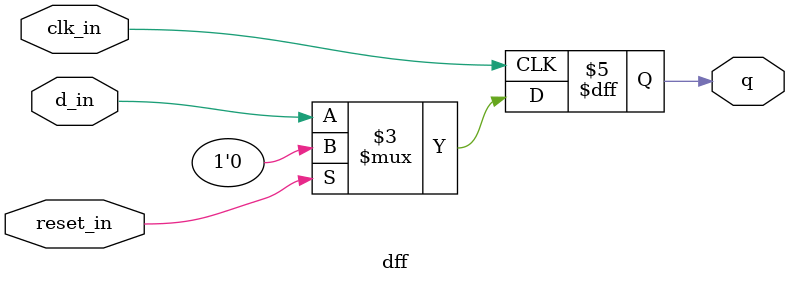
<source format=v>
`timescale 1ns / 1ps


module dff(
    input clk_in,
    input d_in,
    input reset_in,
    output reg q
    );
    always@(posedge clk_in)
        begin
            if(reset_in)
                begin
                    q<=0;
                end
            else
                begin
                    q<=d_in;
                end
        end
endmodule

</source>
